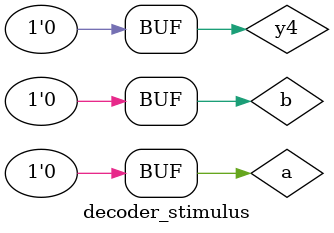
<source format=v>
`timescale 1ns / 1ps


module decoder_stimulus;

	// Inputs
	reg a;
	reg b;
	reg y4;

	// Outputs
	wire y1;
	wire y2;
	wire y3;

	// Instantiate the Unit Under Test (UUT)
	decoder uut (
		.a(a), 
		.b(b), 
		.y1(y1), 
		.y2(y2), 
		.y3(y3), 
		.y4(y4)
	);

	initial begin
		// Initialize Inputs
		a = 0;
		b = 0;
		y4 = 0;

        
		// Add stimulus here

	end
      
endmodule


</source>
